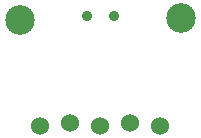
<source format=gbr>
%TF.GenerationSoftware,KiCad,Pcbnew,(6.0.5-0)*%
%TF.CreationDate,2022-06-04T23:39:16+09:00*%
%TF.ProjectId,bg-key,62672d6b-6579-42e6-9b69-6361645f7063,rev?*%
%TF.SameCoordinates,Original*%
%TF.FileFunction,Soldermask,Bot*%
%TF.FilePolarity,Negative*%
%FSLAX46Y46*%
G04 Gerber Fmt 4.6, Leading zero omitted, Abs format (unit mm)*
G04 Created by KiCad (PCBNEW (6.0.5-0)) date 2022-06-04 23:39:16*
%MOMM*%
%LPD*%
G01*
G04 APERTURE LIST*
%ADD10C,2.500000*%
%ADD11C,1.524000*%
%ADD12C,0.900000*%
G04 APERTURE END LIST*
D10*
%TO.C,REF\u002A\u002A*%
X126750000Y-116750000D03*
%TD*%
D11*
%TO.C,U1*%
X128497000Y-125687000D03*
X131037000Y-125433000D03*
X133577000Y-125687000D03*
X136117000Y-125433000D03*
X138657000Y-125687000D03*
%TD*%
D10*
%TO.C,REF\u002A\u002A*%
X140450000Y-116586000D03*
%TD*%
D12*
%TO.C,SW1*%
X132450000Y-116423000D03*
X134750000Y-116423000D03*
%TD*%
M02*

</source>
